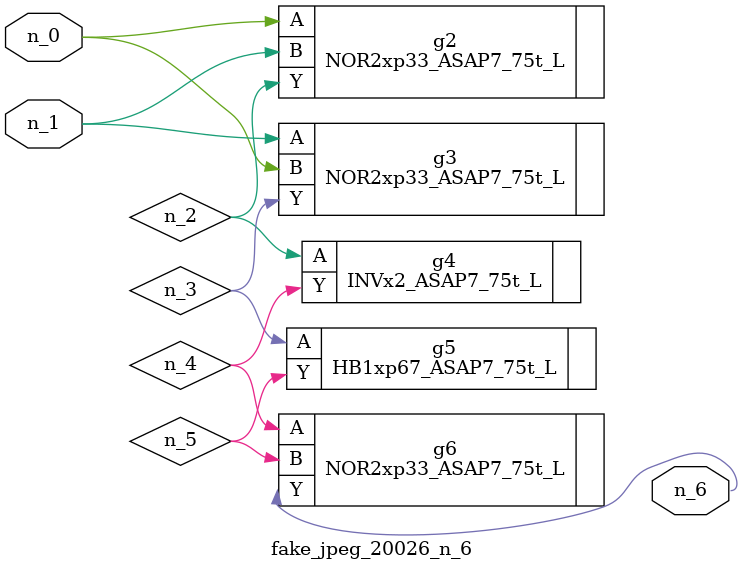
<source format=v>
module fake_jpeg_20026_n_6 (n_0, n_1, n_6);

input n_0;
input n_1;

output n_6;

wire n_2;
wire n_3;
wire n_4;
wire n_5;

NOR2xp33_ASAP7_75t_L g2 ( 
.A(n_0),
.B(n_1),
.Y(n_2)
);

NOR2xp33_ASAP7_75t_L g3 ( 
.A(n_1),
.B(n_0),
.Y(n_3)
);

INVx2_ASAP7_75t_L g4 ( 
.A(n_2),
.Y(n_4)
);

NOR2xp33_ASAP7_75t_L g6 ( 
.A(n_4),
.B(n_5),
.Y(n_6)
);

HB1xp67_ASAP7_75t_L g5 ( 
.A(n_3),
.Y(n_5)
);


endmodule
</source>
